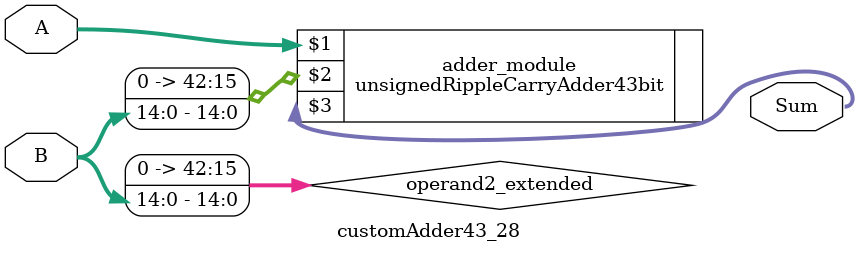
<source format=v>
module customAdder43_28(
                        input [42 : 0] A,
                        input [14 : 0] B,
                        
                        output [43 : 0] Sum
                );

        wire [42 : 0] operand2_extended;
        
        assign operand2_extended =  {28'b0, B};
        
        unsignedRippleCarryAdder43bit adder_module(
            A,
            operand2_extended,
            Sum
        );
        
        endmodule
        
</source>
